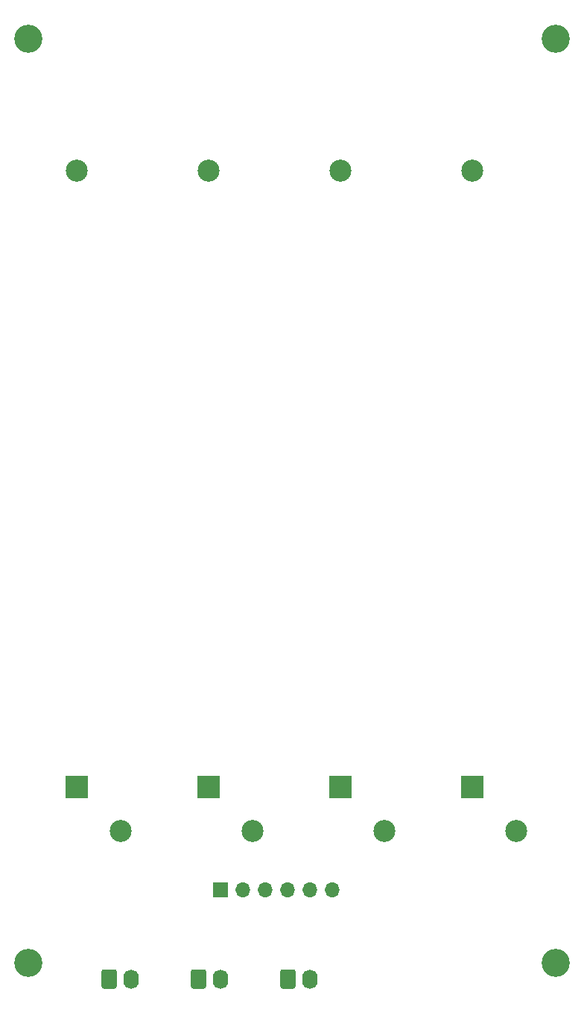
<source format=gbr>
%TF.GenerationSoftware,KiCad,Pcbnew,5.1.10-88a1d61d58~90~ubuntu20.04.1*%
%TF.CreationDate,2021-08-07T12:40:56-04:00*%
%TF.ProjectId,ao_audio_mixer,616f5f61-7564-4696-9f5f-6d697865722e,rev?*%
%TF.SameCoordinates,Original*%
%TF.FileFunction,Soldermask,Bot*%
%TF.FilePolarity,Negative*%
%FSLAX46Y46*%
G04 Gerber Fmt 4.6, Leading zero omitted, Abs format (unit mm)*
G04 Created by KiCad (PCBNEW 5.1.10-88a1d61d58~90~ubuntu20.04.1) date 2021-08-07 12:40:56*
%MOMM*%
%LPD*%
G01*
G04 APERTURE LIST*
%ADD10R,2.500000X2.500000*%
%ADD11C,2.500000*%
%ADD12O,1.700000X1.700000*%
%ADD13R,1.700000X1.700000*%
%ADD14O,1.740000X2.200000*%
%ADD15C,3.200000*%
G04 APERTURE END LIST*
D10*
%TO.C,RV4*%
X195500000Y-124000000D03*
D11*
X200500000Y-129000000D03*
X195500000Y-54000000D03*
%TD*%
D12*
%TO.C,J5*%
X194620000Y-135680000D03*
X192080000Y-135680000D03*
X189540000Y-135680000D03*
X187000000Y-135680000D03*
X184460000Y-135680000D03*
D13*
X181920000Y-135680000D03*
%TD*%
%TO.C,J2*%
G36*
G01*
X178510000Y-146690001D02*
X178510000Y-144989999D01*
G75*
G02*
X178759999Y-144740000I249999J0D01*
G01*
X180000001Y-144740000D01*
G75*
G02*
X180250000Y-144989999I0J-249999D01*
G01*
X180250000Y-146690001D01*
G75*
G02*
X180000001Y-146940000I-249999J0D01*
G01*
X178759999Y-146940000D01*
G75*
G02*
X178510000Y-146690001I0J249999D01*
G01*
G37*
D14*
X181920000Y-145840000D03*
%TD*%
%TO.C,J1*%
G36*
G01*
X168350000Y-146690001D02*
X168350000Y-144989999D01*
G75*
G02*
X168599999Y-144740000I249999J0D01*
G01*
X169840001Y-144740000D01*
G75*
G02*
X170090000Y-144989999I0J-249999D01*
G01*
X170090000Y-146690001D01*
G75*
G02*
X169840001Y-146940000I-249999J0D01*
G01*
X168599999Y-146940000D01*
G75*
G02*
X168350000Y-146690001I0J249999D01*
G01*
G37*
X171760000Y-145840000D03*
%TD*%
D15*
%TO.C,H7*%
X160000000Y-144000000D03*
%TD*%
D10*
%TO.C,RV1*%
X210500000Y-124000000D03*
D11*
X215500000Y-129000000D03*
X210500000Y-54000000D03*
%TD*%
D15*
%TO.C,H8*%
X220000000Y-144000000D03*
%TD*%
D10*
%TO.C,RV2*%
X165500000Y-124000000D03*
D11*
X170500000Y-129000000D03*
X165500000Y-54000000D03*
%TD*%
D15*
%TO.C,H5*%
X160000000Y-39000000D03*
%TD*%
%TO.C,H6*%
X220000000Y-39000000D03*
%TD*%
D10*
%TO.C,RV3*%
X180500000Y-124000000D03*
D11*
X185500000Y-129000000D03*
X180500000Y-54000000D03*
%TD*%
%TO.C,J3*%
G36*
G01*
X188670000Y-146690001D02*
X188670000Y-144989999D01*
G75*
G02*
X188919999Y-144740000I249999J0D01*
G01*
X190160001Y-144740000D01*
G75*
G02*
X190410000Y-144989999I0J-249999D01*
G01*
X190410000Y-146690001D01*
G75*
G02*
X190160001Y-146940000I-249999J0D01*
G01*
X188919999Y-146940000D01*
G75*
G02*
X188670000Y-146690001I0J249999D01*
G01*
G37*
D14*
X192080000Y-145840000D03*
%TD*%
M02*

</source>
